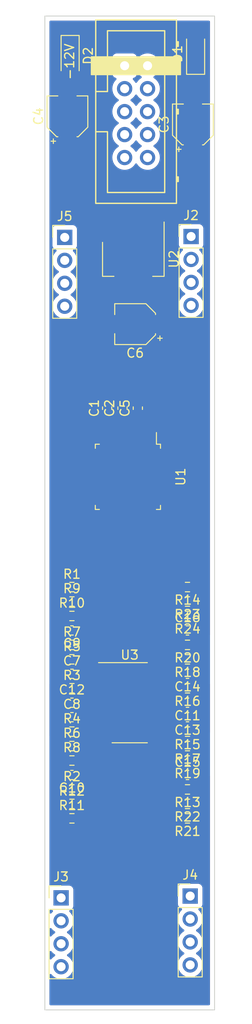
<source format=kicad_pcb>
(kicad_pcb (version 20211014) (generator pcbnew)
  (layers (0 "F.Cu" signal) (31 "B.Cu" signal) (34 "B.Paste" user) (35 "F.Paste" user) (36 "B.SilkS" user "B.Silkscreen") (37 "F.SilkS" user "F.Silkscreen") (38 "B.Mask" user) (39 "F.Mask" user) (44 "Edge.Cuts" user))
  (net 0 "")
  (net 1 "+3.3V")
  (net 2 "GND")
  (net 3 "+12V")
  (net 4 "-12V")
  (net 5 "Net-(C7-Pad2)")
  (net 6 "Net-(C8-Pad2)")
  (net 7 "Net-(C9-Pad1)")
  (net 8 "Net-(C9-Pad2)")
  (net 9 "Net-(C10-Pad1)")
  (net 10 "Net-(C10-Pad2)")
  (net 11 "Net-(C13-Pad2)")
  (net 12 "Net-(C14-Pad2)")
  (net 13 "Net-(C15-Pad1)")
  (net 14 "Net-(C15-Pad2)")
  (net 15 "Net-(C16-Pad1)")
  (net 16 "Net-(C16-Pad2)")
  (net 17 "/+12V_IN")
  (net 18 "/-12V_IN")
  (net 19 "/Env1_Gate")
  (net 20 "/Env2_Gate")
  (net 21 "/Env3_Gate")
  (net 22 "/Env4_Gate")
  (net 23 "/Env1_LED")
  (net 24 "/Env2_LED")
  (net 25 "/Env3_LED")
  (net 26 "/Env4_LED")
  (net 27 "/Env1_Out")
  (net 28 "/Env2_Out")
  (net 29 "/Env3_Out")
  (net 30 "/Env4_Out")
  (net 31 "/Env1_PWM")
  (net 32 "/Env2_PWM")
  (net 33 "Net-(R5-Pad2)")
  (net 34 "Net-(R6-Pad2)")
  (net 35 "/Env3_PWM")
  (net 36 "/Env4_PWM")
  (net 37 "Net-(R17-Pad2)")
  (net 38 "Net-(R18-Pad2)")
  (net 46 "/Attack_Pot")
  (net 47 "/Decay_Pot")
  (net 50 "/Sustain_Pot")
  (net 53 "/Release_Pot")
  (footprint "Capacitor_SMD:C_0603_1608Metric" (layer "F.Cu") (at 65.8 122.8 180)
    (fp_text reference "C14" (at 0 -1.43) (layer "F.SilkS"))
    (fp_text value "33nF")
    (pad "1" smd roundrect (at -0.775 0 180) (size 0.9 0.95) (layers "F.Cu" "F.Paste" "F.Mask") (net 2 "GND"))
    (pad "2" smd roundrect (at 0.775 0 180) (size 0.9 0.95) (layers "F.Cu" "F.Paste" "F.Mask") (net 12 "Net-(C14-Pad2)"))
  )
  (footprint "Resistor_SMD:R_0603_1608Metric" (layer "F.Cu") (at 53 130.8)
    (fp_text reference "R6" (at 0 -1.43) (layer "F.SilkS"))
    (fp_text value "10k")
    (pad "1" smd roundrect (at -0.825 0) (size 0.8 0.95) (layers "F.Cu" "F.Paste" "F.Mask") (net 2 "GND"))
    (pad "2" smd roundrect (at 0.825 0) (size 0.8 0.95) (layers "F.Cu" "F.Paste" "F.Mask") (net 34 "Net-(R6-Pad2)"))
  )
  (footprint "Capacitor_SMD:CP_Elec_4x5.8" (layer "F.Cu") (at 66.4 62 90)
    (fp_text reference "C3" (at 0 -3.2 90) (layer "F.SilkS"))
    (fp_text value "22uF")
    (pad "1" smd roundrect (at -1.8 0 90) (size 2.6 1.6) (layers "F.Cu" "F.Paste" "F.Mask") (roundrect_rratio 0.15625) (net 3 "+12V"))
    (pad "2" smd roundrect (at 1.8 0 90) (size 2.6 1.6) (layers "F.Cu" "F.Paste" "F.Mask") (roundrect_rratio 0.15625) (net 2 "GND"))
  )
  (footprint "Capacitor_SMD:CP_Elec_4x5.8" (layer "F.Cu") (at 52.5 61.1 90)
    (fp_text reference "C4" (at 0 -3.2 90) (layer "F.SilkS"))
    (fp_text value "22uF")
    (pad "1" smd roundrect (at -1.8 0 90) (size 2.6 1.6) (layers "F.Cu" "F.Paste" "F.Mask") (roundrect_rratio 0.15625) (net 2 "GND"))
    (pad "2" smd roundrect (at 1.8 0 90) (size 2.6 1.6) (layers "F.Cu" "F.Paste" "F.Mask") (roundrect_rratio 0.15625) (net 4 "-12V"))
  )
  (footprint "Resistor_SMD:R_0603_1608Metric" (layer "F.Cu") (at 53 135.6)
    (fp_text reference "R2" (at 0 -1.43) (layer "F.SilkS"))
    (fp_text value "20k")
    (pad "1" smd roundrect (at -0.825 0) (size 0.8 0.95) (layers "F.Cu" "F.Paste" "F.Mask") (net 32 "/Env2_PWM"))
    (pad "2" smd roundrect (at 0.825 0) (size 0.8 0.95) (layers "F.Cu" "F.Paste" "F.Mask") (net 10 "Net-(C10-Pad2)"))
  )
  (footprint "Capacitor_SMD:C_0603_1608Metric" (layer "F.Cu") (at 53 122.8)
    (fp_text reference "C7" (at 0 -1.43) (layer "F.SilkS"))
    (fp_text value "33nF")
    (pad "1" smd roundrect (at -0.775 0) (size 0.9 0.95) (layers "F.Cu" "F.Paste" "F.Mask") (net 2 "GND"))
    (pad "2" smd roundrect (at 0.775 0) (size 0.9 0.95) (layers "F.Cu" "F.Paste" "F.Mask") (net 5 "Net-(C7-Pad2)"))
  )
  (footprint "Resistor_SMD:R_0603_1608Metric" (layer "F.Cu") (at 65.8 116.4 180)
    (fp_text reference "R24" (at 0 -1.43) (layer "F.SilkS"))
    (fp_text value "1k")
    (pad "1" smd roundrect (at -0.825 0 180) (size 0.8 0.95) (layers "F.Cu" "F.Paste" "F.Mask") (net 30 "/Env4_Out"))
    (pad "2" smd roundrect (at 0.825 0 180) (size 0.8 0.95) (layers "F.Cu" "F.Paste" "F.Mask") (net 15 "Net-(C16-Pad1)"))
  )
  (footprint "Resistor_SMD:R_0603_1608Metric" (layer "F.Cu") (at 53 132.4)
    (fp_text reference "R8" (at 0 -1.43) (layer "F.SilkS"))
    (fp_text value "5k1")
    (pad "1" smd roundrect (at -0.825 0) (size 0.8 0.95) (layers "F.Cu" "F.Paste" "F.Mask") (net 34 "Net-(R6-Pad2)"))
    (pad "2" smd roundrect (at 0.825 0) (size 0.8 0.95) (layers "F.Cu" "F.Paste" "F.Mask") (net 9 "Net-(C10-Pad1)"))
  )
  (footprint "Connector_PinHeader_2.54mm:PinHeader_1x04_P2.54mm_Vertical" (layer "F.Cu") (at 52.2 74.5)
    (fp_text reference "J5" (at 0 -2.33) (layer "F.SilkS"))
    (fp_text value "Conn_01x04_Male")
    (pad "1" thru_hole rect (at 0 0) (size 1.7 1.7) (drill 1) (layers *.Cu *.Mask) (net 1 "+3.3V"))
    (pad "2" thru_hole oval (at 0 2.54) (size 1.7 1.7) (drill 1) (layers *.Cu *.Mask) (net 2 "GND"))
    (pad "3" thru_hole oval (at 0 5.08) (size 1.7 1.7) (drill 1) (layers *.Cu *.Mask) (net 2 "GND"))
    (pad "4" thru_hole oval (at 0 7.62) (size 1.7 1.7) (drill 1) (layers *.Cu *.Mask) (net 2 "GND"))
  )
  (footprint "Capacitor_SMD:C_0603_1608Metric" (layer "F.Cu") (at 65.8 134)
    (fp_text reference "C15" (at 0 -1.43) (layer "F.SilkS"))
    (fp_text value "22nF")
    (pad "1" smd roundrect (at -0.775 0) (size 0.9 0.95) (layers "F.Cu" "F.Paste" "F.Mask") (net 13 "Net-(C15-Pad1)"))
    (pad "2" smd roundrect (at 0.775 0) (size 0.9 0.95) (layers "F.Cu" "F.Paste" "F.Mask") (net 14 "Net-(C15-Pad2)"))
  )
  (footprint "Capacitor_SMD:C_0603_1608Metric" (layer "F.Cu") (at 65.8 118)
    (fp_text reference "C16" (at 0 -1.43) (layer "F.SilkS"))
    (fp_text value "22nF")
    (pad "1" smd roundrect (at -0.775 0) (size 0.9 0.95) (layers "F.Cu" "F.Paste" "F.Mask") (net 15 "Net-(C16-Pad1)"))
    (pad "2" smd roundrect (at 0.775 0) (size 0.9 0.95) (layers "F.Cu" "F.Paste" "F.Mask") (net 16 "Net-(C16-Pad2)"))
  )
  (footprint "Capacitor_SMD:CP_Elec_4x5.8" (layer "F.Cu") (at 60 84.1 180)
    (fp_text reference "C6" (at 0 -3.2) (layer "F.SilkS"))
    (fp_text value "22uF")
    (pad "1" smd roundrect (at -1.8 0 180) (size 2.6 1.6) (layers "F.Cu" "F.Paste" "F.Mask") (roundrect_rratio 0.15625) (net 1 "+3.3V"))
    (pad "2" smd roundrect (at 1.8 0 180) (size 2.6 1.6) (layers "F.Cu" "F.Paste" "F.Mask") (roundrect_rratio 0.15625) (net 2 "GND"))
  )
  (footprint "Resistor_SMD:R_0603_1608Metric" (layer "F.Cu") (at 53 114.8)
    (fp_text reference "R9" (at 0 -1.43) (layer "F.SilkS"))
    (fp_text value "1k")
    (pad "1" smd roundrect (at -0.825 0) (size 0.8 0.95) (layers "F.Cu" "F.Paste" "F.Mask") (net 23 "/Env1_LED"))
    (pad "2" smd roundrect (at 0.825 0) (size 0.8 0.95) (layers "F.Cu" "F.Paste" "F.Mask") (net 7 "Net-(C9-Pad1)"))
  )
  (footprint "Package_QFP:LQFP-48_7x7mm_P0.5mm" (layer "F.Cu") (at 59.2 101 -90)
    (fp_text reference "U1" (at 0 -5.85 -270) (layer "F.SilkS"))
    (fp_text value "STM32C031C6T")
    (pad "1" smd roundrect (at -4.1625 -2.75 270) (size 1.475 0.3) (layers "F.Cu" "F.Paste" "F.Mask"))
    (pad "2" smd roundrect (at -4.1625 -2.25 270) (size 1.475 0.3) (layers "F.Cu" "F.Paste" "F.Mask"))
    (pad "3" smd roundrect (at -4.1625 -1.75 270) (size 1.475 0.3) (layers "F.Cu" "F.Paste" "F.Mask"))
    (pad "4" smd roundrect (at -4.1625 -1.25 270) (size 1.475 0.3) (layers "F.Cu" "F.Paste" "F.Mask"))
    (pad "5" smd roundrect (at -4.1625 -0.75 270) (size 1.475 0.3) (layers "F.Cu" "F.Paste" "F.Mask") (net 1 "+3.3V"))
    (pad "6" smd roundrect (at -4.1625 -0.25 270) (size 1.475 0.3) (layers "F.Cu" "F.Paste" "F.Mask") (net 1 "+3.3V"))
    (pad "7" smd roundrect (at -4.1625 0.25 270) (size 1.475 0.3) (layers "F.Cu" "F.Paste" "F.Mask") (net 2 "GND"))
    (pad "8" smd roundrect (at -4.1625 0.75 270) (size 1.475 0.3) (layers "F.Cu" "F.Paste" "F.Mask"))
    (pad "9" smd roundrect (at -4.1625 1.25 270) (size 1.475 0.3) (layers "F.Cu" "F.Paste" "F.Mask"))
    (pad "10" smd roundrect (at -4.1625 1.75 270) (size 1.475 0.3) (layers "F.Cu" "F.Paste" "F.Mask"))
    (pad "11" smd roundrect (at -4.1625 2.25 270) (size 1.475 0.3) (layers "F.Cu" "F.Paste" "F.Mask") (net 46 "/Attack_Pot"))
    (pad "12" smd roundrect (at -4.1625 2.75 270) (size 1.475 0.3) (layers "F.Cu" "F.Paste" "F.Mask") (net 47 "/Decay_Pot"))
    (pad "13" smd roundrect (at -2.75 4.1625 270) (size 0.3 1.475) (layers "F.Cu" "F.Paste" "F.Mask"))
    (pad "14" smd roundrect (at -2.25 4.1625 270) (size 0.3 1.475) (layers "F.Cu" "F.Paste" "F.Mask"))
    (pad "15" smd roundrect (at -1.75 4.1625 270) (size 0.3 1.475) (layers "F.Cu" "F.Paste" "F.Mask") (net 50 "/Sustain_Pot"))
    (pad "16" smd roundrect (at -1.25 4.1625 270) (size 0.3 1.475) (layers "F.Cu" "F.Paste" "F.Mask"))
    (pad "17" smd roundrect (at -0.75 4.1625 270) (size 0.3 1.475) (layers "F.Cu" "F.Paste" "F.Mask") (net 31 "/Env1_PWM"))
    (pad "18" smd roundrect (at -0.25 4.1625 270) (size 0.3 1.475) (layers "F.Cu" "F.Paste" "F.Mask") (net 32 "/Env2_PWM"))
    (pad "19" smd roundrect (at 0.25 4.1625 270) (size 0.3 1.475) (layers "F.Cu" "F.Paste" "F.Mask"))
    (pad "20" smd roundrect (at 0.75 4.1625 270) (size 0.3 1.475) (layers "F.Cu" "F.Paste" "F.Mask") (net 53 "/Release_Pot"))
    (pad "21" smd roundrect (at 1.25 4.1625 270) (size 0.3 1.475) (layers "F.Cu" "F.Paste" "F.Mask"))
    (pad "22" smd roundrect (at 1.75 4.1625 270) (size 0.3 1.475) (layers "F.Cu" "F.Paste" "F.Mask") (net 19 "/Env1_Gate"))
    (pad "23" smd roundrect (at 2.25 4.1625 270) (size 0.3 1.475) (layers "F.Cu" "F.Paste" "F.Mask") (net 20 "/Env2_Gate"))
    (pad "24" smd roundrect (at 2.75 4.1625 270) (size 0.3 1.475) (layers "F.Cu" "F.Paste" "F.Mask") (net 21 "/Env3_Gate"))
    (pad "25" smd roundrect (at 4.1625 2.75 270) (size 1.475 0.3) (layers "F.Cu" "F.Paste" "F.Mask") (net 22 "/Env4_Gate"))
    (pad "26" smd roundrect (at 4.1625 2.25 270) (size 1.475 0.3) (layers "F.Cu" "F.Paste" "F.Mask"))
    (pad "27" smd roundrect (at 4.1625 1.75 270) (size 1.475 0.3) (layers "F.Cu" "F.Paste" "F.Mask"))
    (pad "28" smd roundrect (at 4.1625 1.25 270) (size 1.475 0.3) (layers "F.Cu" "F.Paste" "F.Mask") (net 35 "/Env3_PWM"))
    (pad "29" smd roundrect (at 4.1625 0.75 270) (size 1.475 0.3) (layers "F.Cu" "F.Paste" "F.Mask"))
    (pad "30" smd roundrect (at 4.1625 0.25 270) (size 1.475 0.3) (layers "F.Cu" "F.Paste" "F.Mask"))
    (pad "31" smd roundrect (at 4.1625 -0.25 270) (size 1.475 0.3) (layers "F.Cu" "F.Paste" "F.Mask"))
    (pad "32" smd roundrect (at 4.1625 -0.75 270) (size 1.475 0.3) (layers "F.Cu" "F.Paste" "F.Mask"))
    (pad "33" smd roundrect (at 4.1625 -1.25 270) (size 1.475 0.3) (layers "F.Cu" "F.Paste" "F.Mask"))
    (pad "34" smd roundrect (at 4.1625 -1.75 270) (size 1.475 0.3) (layers "F.Cu" "F.Paste" "F.Mask"))
    (pad "35" smd roundrect (at 4.1625 -2.25 270) (size 1.475 0.3) (layers "F.Cu" "F.Paste" "F.Mask"))
    (pad "36" smd roundrect (at 4.1625 -2.75 270) (size 1.475 0.3) (layers "F.Cu" "F.Paste" "F.Mask"))
    (pad "37" smd roundrect (at 2.75 -4.1625 270) (size 0.3 1.475) (layers "F.Cu" "F.Paste" "F.Mask"))
    (pad "38" smd roundrect (at 2.25 -4.1625 270) (size 0.3 1.475) (layers "F.Cu" "F.Paste" "F.Mask"))
    (pad "39" smd roundrect (at 1.75 -4.1625 270) (size 0.3 1.475) (layers "F.Cu" "F.Paste" "F.Mask"))
    (pad "40" smd roundrect (at 1.25 -4.1625 270) (size 0.3 1.475) (layers "F.Cu" "F.Paste" "F.Mask"))
    (pad "41" smd roundrect (at 0.75 -4.1625 270) (size 0.3 1.475) (layers "F.Cu" "F.Paste" "F.Mask"))
    (pad "42" smd roundrect (at 0.25 -4.1625 270) (size 0.3 1.475) (layers "F.Cu" "F.Paste" "F.Mask"))
    (pad "43" smd roundrect (at -0.25 -4.1625 270) (size 0.3 1.475) (layers "F.Cu" "F.Paste" "F.Mask"))
    (pad "44" smd roundrect (at -0.75 -4.1625 270) (size 0.3 1.475) (layers "F.Cu" "F.Paste" "F.Mask"))
    (pad "45" smd roundrect (at -1.25 -4.1625 270) (size 0.3 1.475) (layers "F.Cu" "F.Paste" "F.Mask"))
    (pad "46" smd roundrect (at -1.75 -4.1625 270) (size 0.3 1.475) (layers "F.Cu" "F.Paste" "F.Mask") (net 36 "/Env4_PWM"))
    (pad "47" smd roundrect (at -2.25 -4.1625 270) (size 0.3 1.475) (layers "F.Cu" "F.Paste" "F.Mask"))
    (pad "48" smd roundrect (at -2.75 -4.1625 270) (size 0.3 1.475) (layers "F.Cu" "F.Paste" "F.Mask"))
  )
  (footprint "Capacitor_SMD:C_0603_1608Metric" (layer "F.Cu") (at 56.9 93.4 90)
    (fp_text reference "C1" (at 0 -1.43 90) (layer "F.SilkS"))
    (fp_text value "100nF")
    (pad "1" smd roundrect (at -0.775 0 90) (size 0.9 0.95) (layers "F.Cu" "F.Paste" "F.Mask") (net 1 "+3.3V"))
    (pad "2" smd roundrect (at 0.775 0 90) (size 0.9 0.95) (layers "F.Cu" "F.Paste" "F.Mask") (net 2 "GND"))
  )
  (footprint "Capacitor_SMD:C_0603_1608Metric" (layer "F.Cu") (at 65.8 127.6 180)
    (fp_text reference "C13" (at 0 -1.43) (layer "F.SilkS"))
    (fp_text value "33nF")
    (pad "1" smd roundrect (at -0.775 0 180) (size 0.9 0.95) (layers "F.Cu" "F.Paste" "F.Mask") (net 2 "GND"))
    (pad "2" smd roundrect (at 0.775 0 180) (size 0.9 0.95) (layers "F.Cu" "F.Paste" "F.Mask") (net 11 "Net-(C13-Pad2)"))
  )
  (footprint "Resistor_SMD:R_0603_1608Metric" (layer "F.Cu") (at 65.8 132.4 180)
    (fp_text reference "R19" (at 0 -1.43) (layer "F.SilkS"))
    (fp_text value "5k1")
    (pad "1" smd roundrect (at -0.825 0 180) (size 0.8 0.95) (layers "F.Cu" "F.Paste" "F.Mask") (net 37 "Net-(R17-Pad2)"))
    (pad "2" smd roundrect (at 0.825 0 180) (size 0.8 0.95) (layers "F.Cu" "F.Paste" "F.Mask") (net 13 "Net-(C15-Pad1)"))
  )
  (footprint "Resistor_SMD:R_0603_1608Metric" (layer "F.Cu") (at 65.8 129.2 180)
    (fp_text reference "R15" (at 0 -1.43) (layer "F.SilkS"))
    (fp_text value "20k")
    (pad "1" smd roundrect (at -0.825 0 180) (size 0.8 0.95) (layers "F.Cu" "F.Paste" "F.Mask") (net 14 "Net-(C15-Pad2)"))
    (pad "2" smd roundrect (at 0.825 0 180) (size 0.8 0.95) (layers "F.Cu" "F.Paste" "F.Mask") (net 11 "Net-(C13-Pad2)"))
  )
  (footprint "Connector_PinHeader_2.54mm:PinHeader_1x04_P2.54mm_Vertical" (layer "F.Cu") (at 66.1 147.4)
    (fp_text reference "J4" (at 0 -2.33) (layer "F.SilkS"))
    (fp_text value "Conn_01x04_Male")
    (pad "1" thru_hole rect (at 0 0) (size 1.7 1.7) (drill 1) (layers *.Cu *.Mask) (net 27 "/Env1_Out"))
    (pad "2" thru_hole oval (at 0 2.54) (size 1.7 1.7) (drill 1) (layers *.Cu *.Mask) (net 28 "/Env2_Out"))
    (pad "3" thru_hole oval (at 0 5.08) (size 1.7 1.7) (drill 1) (layers *.Cu *.Mask) (net 29 "/Env3_Out"))
    (pad "4" thru_hole oval (at 0 7.62) (size 1.7 1.7) (drill 1) (layers *.Cu *.Mask) (net 30 "/Env4_Out"))
  )
  (footprint "Diode_SMD:D_SOD-123" (layer "F.Cu") (at 66.7 54.2 90)
    (fp_text reference "D1" (at 0 -2 90) (layer "F.SilkS"))
    (fp_text value "1N5819")
    (pad "1" smd rect (at -1.65 0 90) (size 0.9 1.2) (layers "F.Cu" "F.Paste" "F.Mask") (net 3 "+12V"))
    (pad "2" smd rect (at 1.65 0 90) (size 0.9 1.2) (layers "F.Cu" "F.Paste" "F.Mask") (net 17 "/+12V_IN"))
  )
  (footprint "Resistor_SMD:R_0603_1608Metric" (layer "F.Cu") (at 53 121.2)
    (fp_text reference "R5" (at 0 -1.43) (layer "F.SilkS"))
    (fp_text value "10k")
    (pad "1" smd roundrect (at -0.825 0) (size 0.8 0.95) (layers "F.Cu" "F.Paste" "F.Mask") (net 2 "GND"))
    (pad "2" smd roundrect (at 0.825 0) (size 0.8 0.95) (layers "F.Cu" "F.Paste" "F.Mask") (net 33 "Net-(R5-Pad2)"))
  )
  (footprint "Resistor_SMD:R_0603_1608Metric" (layer "F.Cu") (at 53 129.2)
    (fp_text reference "R4" (at 0 -1.43) (layer "F.SilkS"))
    (fp_text value "20k")
    (pad "1" smd roundrect (at -0.825 0) (size 0.8 0.95) (layers "F.Cu" "F.Paste" "F.Mask") (net 10 "Net-(C10-Pad2)"))
    (pad "2" smd roundrect (at 0.825 0) (size 0.8 0.95) (layers "F.Cu" "F.Paste" "F.Mask") (net 6 "Net-(C8-Pad2)"))
  )
  (footprint "Capacitor_SMD:C_0603_1608Metric" (layer "F.Cu") (at 53 134 180)
    (fp_text reference "C10" (at 0 -1.43) (layer "F.SilkS"))
    (fp_text value "22nF")
    (pad "1" smd roundrect (at -0.775 0 180) (size 0.9 0.95) (layers "F.Cu" "F.Paste" "F.Mask") (net 9 "Net-(C10-Pad1)"))
    (pad "2" smd roundrect (at 0.775 0 180) (size 0.9 0.95) (layers "F.Cu" "F.Paste" "F.Mask") (net 10 "Net-(C10-Pad2)"))
  )
  (footprint "Diode_SMD:D_SOD-123" (layer "F.Cu") (at 52.8 54.4 -90)
    (fp_text reference "D2" (at 0 -2 90) (layer "F.SilkS"))
    (fp_text value "1N5819")
    (pad "1" smd rect (at -1.65 0 270) (size 0.9 1.2) (layers "F.Cu" "F.Paste" "F.Mask") (net 18 "/-12V_IN"))
    (pad "2" smd rect (at 1.65 0 270) (size 0.9 1.2) (layers "F.Cu" "F.Paste" "F.Mask") (net 4 "-12V"))
  )
  (footprint "Resistor_SMD:R_0603_1608Metric" (layer "F.Cu") (at 53 124.4)
    (fp_text reference "R3" (at 0 -1.43) (layer "F.SilkS"))
    (fp_text value "20k")
    (pad "1" smd roundrect (at -0.825 0) (size 0.8 0.95) (layers "F.Cu" "F.Paste" "F.Mask") (net 8 "Net-(C9-Pad2)"))
    (pad "2" smd roundrect (at 0.825 0) (size 0.8 0.95) (layers "F.Cu" "F.Paste" "F.Mask") (net 5 "Net-(C7-Pad2)"))
  )
  (footprint "Package_TO_SOT_SMD:SOT-223-3_TabPin2" (layer "F.Cu") (at 59.8 76.9 -90)
    (fp_text reference "U2" (at 0 -4.5 90) (layer "F.SilkS"))
    (fp_text value "LD1117-3.3-4Tab")
    (pad "1" smd rect (at -3.15 -2.3 270) (size 2 1.5) (layers "F.Cu" "F.Paste" "F.Mask") (net 2 "GND"))
    (pad "2" smd rect (at 3.15 0 270) (size 2 3.8) (layers "F.Cu" "F.Paste" "F.Mask") (net 1 "+3.3V"))
    (pad "2" smd rect (at -3.15 0 270) (size 2 1.5) (layers "F.Cu" "F.Paste" "F.Mask") (net 1 "+3.3V"))
    (pad "3" smd rect (at -3.15 2.3 270) (size 2 1.5) (layers "F.Cu" "F.Paste" "F.Mask") (net 3 "+12V"))
  )
  (footprint "Package_SO:SOIC-14_3.9x8.7mm_P1.27mm" (layer "F.Cu") (at 59.4 126)
    (fp_text reference "U3" (at 0 -5.28) (layer "F.SilkS"))
    (fp_text value "TL074")
    (pad "1" smd roundrect (at -2.475 -3.81) (size 1.95 0.6) (layers "F.Cu" "F.Paste" "F.Mask") (net 7 "Net-(C9-Pad1)"))
    (pad "2" smd roundrect (at -2.475 -2.54) (size 1.95 0.6) (layers "F.Cu" "F.Paste" "F.Mask") (net 33 "Net-(R5-Pad2)"))
    (pad "3" smd roundrect (at -2.475 -1.27) (size 1.95 0.6) (layers "F.Cu" "F.Paste" "F.Mask") (net 5 "Net-(C7-Pad2)"))
    (pad "4" smd roundrect (at -2.475 0) (size 1.95 0.6) (layers "F.Cu" "F.Paste" "F.Mask") (net 3 "+12V"))
    (pad "5" smd roundrect (at -2.475 1.27) (size 1.95 0.6) (layers "F.Cu" "F.Paste" "F.Mask") (net 6 "Net-(C8-Pad2)"))
    (pad "6" smd roundrect (at -2.475 2.54) (size 1.95 0.6) (layers "F.Cu" "F.Paste" "F.Mask") (net 34 "Net-(R6-Pad2)"))
    (pad "7" smd roundrect (at -2.475 3.81) (size 1.95 0.6) (layers "F.Cu" "F.Paste" "F.Mask") (net 9 "Net-(C10-Pad1)"))
    (pad "8" smd roundrect (at 2.475 3.81) (size 1.95 0.6) (layers "F.Cu" "F.Paste" "F.Mask") (net 13 "Net-(C15-Pad1)"))
    (pad "9" smd roundrect (at 2.475 2.54) (size 1.95 0.6) (layers "F.Cu" "F.Paste" "F.Mask") (net 37 "Net-(R17-Pad2)"))
    (pad "10" smd roundrect (at 2.475 1.27) (size 1.95 0.6) (layers "F.Cu" "F.Paste" "F.Mask") (net 11 "Net-(C13-Pad2)"))
    (pad "11" smd roundrect (at 2.475 0) (size 1.95 0.6) (layers "F.Cu" "F.Paste" "F.Mask") (net 4 "-12V"))
    (pad "12" smd roundrect (at 2.475 -1.27) (size 1.95 0.6) (layers "F.Cu" "F.Paste" "F.Mask") (net 12 "Net-(C14-Pad2)"))
    (pad "13" smd roundrect (at 2.475 -2.54) (size 1.95 0.6) (layers "F.Cu" "F.Paste" "F.Mask") (net 38 "Net-(R18-Pad2)"))
    (pad "14" smd roundrect (at 2.475 -3.81) (size 1.95 0.6) (layers "F.Cu" "F.Paste" "F.Mask") (net 15 "Net-(C16-Pad1)"))
  )
  (footprint "Connector_PinHeader_2.54mm:PinHeader_1x04_P2.54mm_Vertical" (layer "F.Cu") (at 66.2 74.4)
    (fp_text reference "J2" (at 0 -2.33) (layer "F.SilkS"))
    (fp_text value "Conn_01x04_Male")
    (pad "1" thru_hole rect (at 0 0) (size 1.7 1.7) (drill 1) (layers *.Cu *.Mask) (net 19 "/Env1_Gate"))
    (pad "2" thru_hole oval (at 0 2.54) (size 1.7 1.7) (drill 1) (layers *.Cu *.Mask) (net 20 "/Env2_Gate"))
    (pad "3" thru_hole oval (at 0 5.08) (size 1.7 1.7) (drill 1) (layers *.Cu *.Mask) (net 21 "/Env3_Gate"))
    (pad "4" thru_hole oval (at 0 7.62) (size 1.7 1.7) (drill 1) (layers *.Cu *.Mask) (net 22 "/Env4_Gate"))
  )
  (footprint "Capacitor_SMD:C_0603_1608Metric" (layer "F.Cu") (at 58.6 93.4 90)
    (fp_text reference "C2" (at 0 -1.43 90) (layer "F.SilkS"))
    (fp_text value "4.7uF")
    (pad "1" smd roundrect (at -0.775 0 90) (size 0.9 0.95) (layers "F.Cu" "F.Paste" "F.Mask") (net 1 "+3.3V"))
    (pad "2" smd roundrect (at 0.775 0 90) (size 0.9 0.95) (layers "F.Cu" "F.Paste" "F.Mask") (net 2 "GND"))
  )
  (footprint "Custom_Footprints:Eurorack_10_pin_header" (layer "F.Cu") (at 58.8375 55.5 -90)
    (fp_text reference "J1" hide)
    (fp_text value "Eurorack_10_pin_power")
    (fp_text user "-12V" (at -0.45 6.1 90) (layer "F.SilkS"))
    (pad "1" thru_hole rect (at 0 0 270) (size 1.7 1.7) (drill 1) (layers *.Cu *.Mask) (net 18 "/-12V_IN"))
    (pad "2" thru_hole circle (at 0 -2.54 270) (size 1.7 1.7) (drill 1) (layers *.Cu *.Mask) (net 18 "/-12V_IN"))
    (pad "3" thru_hole circle (at 2.54 0 270) (size 1.7 1.7) (drill 1) (layers *.Cu *.Mask) (net 2 "GND"))
    (pad "4" thru_hole circle (at 2.54 -2.54 270) (size 1.7 1.7) (drill 1) (layers *.Cu *.Mask) (net 2 "GND"))
    (pad "5" thru_hole circle (at 5.08 0 270) (size 1.7 1.7) (drill 1) (layers *.Cu *.Mask) (net 2 "GND"))
    (pad "6" thru_hole circle (at 5.08 -2.54 270) (size 1.7 1.7) (drill 1) (layers *.Cu *.Mask) (net 2 "GND"))
    (pad "7" thru_hole circle (at 7.62 0 270) (size 1.7 1.7) (drill 1) (layers *.Cu *.Mask) (net 2 "GND"))
    (pad "8" thru_hole circle (at 7.62 -2.54 270) (size 1.7 1.7) (drill 1) (layers *.Cu *.Mask) (net 2 "GND"))
    (pad "9" thru_hole circle (at 10.16 0 270) (size 1.7 1.7) (drill 1) (layers *.Cu *.Mask) (net 17 "/+12V_IN"))
    (pad "10" thru_hole circle (at 10.16 -2.54 270) (size 1.7 1.7) (drill 1) (layers *.Cu *.Mask) (net 17 "/+12V_IN"))
  )
  (footprint "Resistor_SMD:R_0603_1608Metric" (layer "F.Cu") (at 65.8 124.4 180)
    (fp_text reference "R16" (at 0 -1.43) (layer "F.SilkS"))
    (fp_text value "20k")
    (pad "1" smd roundrect (at -0.825 0 180) (size 0.8 0.95) (layers "F.Cu" "F.Paste" "F.Mask") (net 16 "Net-(C16-Pad2)"))
    (pad "2" smd roundrect (at 0.825 0 180) (size 0.8 0.95) (layers "F.Cu" "F.Paste" "F.Mask") (net 12 "Net-(C14-Pad2)"))
  )
  (footprint "Connector_PinHeader_2.54mm:PinHeader_1x04_P2.54mm_Vertical" (layer "F.Cu") (at 51.8 147.6)
    (fp_text reference "J3" (at 0 -2.33) (layer "F.SilkS"))
    (fp_text value "Conn_01x04_Male")
    (pad "1" thru_hole rect (at 0 0) (size 1.7 1.7) (drill 1) (layers *.Cu *.Mask) (net 23 "/Env1_LED"))
    (pad "2" thru_hole oval (at 0 2.54) (size 1.7 1.7) (drill 1) (layers *.Cu *.Mask) (net 24 "/Env2_LED"))
    (pad "3" thru_hole oval (at 0 5.08) (size 1.7 1.7) (drill 1) (layers *.Cu *.Mask) (net 25 "/Env3_LED"))
    (pad "4" thru_hole oval (at 0 7.62) (size 1.7 1.7) (drill 1) (layers *.Cu *.Mask) (net 26 "/Env4_LED"))
  )
  (footprint "Capacitor_SMD:C_0603_1608Metric" (layer "F.Cu") (at 53 126)
    (fp_text reference "C12" (at 0 -1.43) (layer "F.SilkS"))
    (fp_text value "1uF")
    (pad "1" smd roundrect (at -0.775 0) (size 0.9 0.95) (layers "F.Cu" "F.Paste" "F.Mask") (net 2 "GND"))
    (pad "2" smd roundrect (at 0.775 0) (size 0.9 0.95) (layers "F.Cu" "F.Paste" "F.Mask") (net 3 "+12V"))
  )
  (footprint "Capacitor_SMD:C_0603_1608Metric" (layer "F.Cu") (at 53 118 180)
    (fp_text reference "C9" (at 0 -1.43) (layer "F.SilkS"))
    (fp_text value "22nF")
    (pad "1" smd roundrect (at -0.775 0 180) (size 0.9 0.95) (layers "F.Cu" "F.Paste" "F.Mask") (net 7 "Net-(C9-Pad1)"))
    (pad "2" smd roundrect (at 0.775 0 180) (size 0.9 0.95) (layers "F.Cu" "F.Paste" "F.Mask") (net 8 "Net-(C9-Pad2)"))
  )
  (footprint "Capacitor_SMD:C_0603_1608Metric" (layer "F.Cu") (at 53 127.6)
    (fp_text reference "C8" (at 0 -1.43) (layer "F.SilkS"))
    (fp_text value "33nF")
    (pad "1" smd roundrect (at -0.775 0) (size 0.9 0.95) (layers "F.Cu" "F.Paste" "F.Mask") (net 2 "GND"))
    (pad "2" smd roundrect (at 0.775 0) (size 0.9 0.95) (layers "F.Cu" "F.Paste" "F.Mask") (net 6 "Net-(C8-Pad2)"))
  )
  (footprint "Resistor_SMD:R_0603_1608Metric" (layer "F.Cu") (at 65.8 121.2 180)
    (fp_text reference "R18" (at 0 -1.43) (layer "F.SilkS"))
    (fp_text value "10k")
    (pad "1" smd roundrect (at -0.825 0 180) (size 0.8 0.95) (layers "F.Cu" "F.Paste" "F.Mask") (net 2 "GND"))
    (pad "2" smd roundrect (at 0.825 0 180) (size 0.8 0.95) (layers "F.Cu" "F.Paste" "F.Mask") (net 38 "Net-(R18-Pad2)"))
  )
  (footprint "Resistor_SMD:R_0603_1608Metric" (layer "F.Cu") (at 53 138.8)
    (fp_text reference "R11" (at 0 -1.43) (layer "F.SilkS"))
    (fp_text value "1k")
    (pad "1" smd roundrect (at -0.825 0) (size 0.8 0.95) (layers "F.Cu" "F.Paste" "F.Mask") (net 24 "/Env2_LED"))
    (pad "2" smd roundrect (at 0.825 0) (size 0.8 0.95) (layers "F.Cu" "F.Paste" "F.Mask") (net 9 "Net-(C10-Pad1)"))
  )
  (footprint "Resistor_SMD:R_0603_1608Metric" (layer "F.Cu") (at 53 119.6)
    (fp_text reference "R7" (at 0 -1.43) (layer "F.SilkS"))
    (fp_text value "5k1")
    (pad "1" smd roundrect (at -0.825 0) (size 0.8 0.95) (layers "F.Cu" "F.Paste" "F.Mask") (net 33 "Net-(R5-Pad2)"))
    (pad "2" smd roundrect (at 0.825 0) (size 0.8 0.95) (layers "F.Cu" "F.Paste" "F.Mask") (net 7 "Net-(C9-Pad1)"))
  )
  (footprint "Resistor_SMD:R_0603_1608Metric" (layer "F.Cu") (at 65.8 138.8 180)
    (fp_text reference "R21" (at 0 -1.43) (layer "F.SilkS"))
    (fp_text value "1k")
    (pad "1" smd roundrect (at -0.825 0 180) (size 0.8 0.95) (layers "F.Cu" "F.Paste" "F.Mask") (net 25 "/Env3_LED"))
    (pad "2" smd roundrect (at 0.825 0 180) (size 0.8 0.95) (layers "F.Cu" "F.Paste" "F.Mask") (net 13 "Net-(C15-Pad1)"))
  )
  (footprint "Resistor_SMD:R_0603_1608Metric" (layer "F.Cu") (at 53 137.2)
    (fp_text reference "R12" (at 0 -1.43) (layer "F.SilkS"))
    (fp_text value "1k")
    (pad "1" smd roundrect (at -0.825 0) (size 0.8 0.95) (layers "F.Cu" "F.Paste" "F.Mask") (net 28 "/Env2_Out"))
    (pad "2" smd roundrect (at 0.825 0) (size 0.8 0.95) (layers "F.Cu" "F.Paste" "F.Mask") (net 9 "Net-(C10-Pad1)"))
  )
  (footprint "Resistor_SMD:R_0603_1608Metric" (layer "F.Cu") (at 65.8 135.6 180)
    (fp_text reference "R13" (at 0 -1.43) (layer "F.SilkS"))
    (fp_text value "20k")
    (pad "1" smd roundrect (at -0.825 0 180) (size 0.8 0.95) (layers "F.Cu" "F.Paste" "F.Mask") (net 35 "/Env3_PWM"))
    (pad "2" smd roundrect (at 0.825 0 180) (size 0.8 0.95) (layers "F.Cu" "F.Paste" "F.Mask") (net 14 "Net-(C15-Pad2)"))
  )
  (footprint "Resistor_SMD:R_0603_1608Metric" (layer "F.Cu") (at 53 116.4)
    (fp_text reference "R10" (at 0 -1.43) (layer "F.SilkS"))
    (fp_text value "1k")
    (pad "1" smd roundrect (at -0.825 0) (size 0.8 0.95) (layers "F.Cu" "F.Paste" "F.Mask") (net 27 "/Env1_Out"))
    (pad "2" smd roundrect (at 0.825 0) (size 0.8 0.95) (layers "F.Cu" "F.Paste" "F.Mask") (net 7 "Net-(C9-Pad1)"))
  )
  (footprint "Resistor_SMD:R_0603_1608Metric" (layer "F.Cu") (at 65.8 137.2 180)
    (fp_text reference "R22" (at 0 -1.43) (layer "F.SilkS"))
    (fp_text value "1k")
    (pad "1" smd roundrect (at -0.825 0 180) (size 0.8 0.95) (layers "F.Cu" "F.Paste" "F.Mask") (net 29 "/Env3_Out"))
    (pad "2" smd roundrect (at 0.825 0 180) (size 0.8 0.95) (layers "F.Cu" "F.Paste" "F.Mask") (net 13 "Net-(C15-Pad1)"))
  )
  (footprint "Resistor_SMD:R_0603_1608Metric" (layer "F.Cu") (at 65.8 114.8 180)
    (fp_text reference "R23" (at 0 -1.43) (layer "F.SilkS"))
    (fp_text value "1k")
    (pad "1" smd roundrect (at -0.825 0 180) (size 0.8 0.95) (layers "F.Cu" "F.Paste" "F.Mask") (net 26 "/Env4_LED"))
    (pad "2" smd roundrect (at 0.825 0 180) (size 0.8 0.95) (layers "F.Cu" "F.Paste" "F.Mask") (net 15 "Net-(C16-Pad1)"))
  )
  (footprint "Resistor_SMD:R_0603_1608Metric" (layer "F.Cu") (at 53 113.2)
    (fp_text reference "R1" (at 0 -1.43) (layer "F.SilkS"))
    (fp_text value "20k")
    (pad "1" smd roundrect (at -0.825 0) (size 0.8 0.95) (layers "F.Cu" "F.Paste" "F.Mask") (net 31 "/Env1_PWM"))
    (pad "2" smd roundrect (at 0.825 0) (size 0.8 0.95) (layers "F.Cu" "F.Paste" "F.Mask") (net 8 "Net-(C9-Pad2)"))
  )
  (footprint "Capacitor_SMD:C_0603_1608Metric" (layer "F.Cu") (at 65.8 126 180)
    (fp_text reference "C11" (at 0 -1.43) (layer "F.SilkS"))
    (fp_text value "1uF")
    (pad "1" smd roundrect (at -0.775 0 180) (size 0.9 0.95) (layers "F.Cu" "F.Paste" "F.Mask") (net 2 "GND"))
    (pad "2" smd roundrect (at 0.775 0 180) (size 0.9 0.95) (layers "F.Cu" "F.Paste" "F.Mask") (net 4 "-12V"))
  )
  (footprint "Resistor_SMD:R_0603_1608Metric" (layer "F.Cu") (at 65.8 130.8 180)
    (fp_text reference "R17" (at 0 -1.43) (layer "F.SilkS"))
    (fp_text value "10k")
    (pad "1" smd roundrect (at -0.825 0 180) (size 0.8 0.95) (layers "F.Cu" "F.Paste" "F.Mask") (net 2 "GND"))
    (pad "2" smd roundrect (at 0.825 0 180) (size 0.8 0.95) (layers "F.Cu" "F.Paste" "F.Mask") (net 37 "Net-(R17-Pad2)"))
  )
  (footprint "Capacitor_SMD:C_0603_1608Metric" (layer "F.Cu") (at 60.3 93.4 90)
    (fp_text reference "C5" (at 0 -1.43 90) (layer "F.SilkS"))
    (fp_text value "100nF")
    (pad "1" smd roundrect (at -0.775 0 90) (size 0.9 0.95) (layers "F.Cu" "F.Paste" "F.Mask") (net 1 "+3.3V"))
    (pad "2" smd roundrect (at 0.775 0 90) (size 0.9 0.95) (layers "F.Cu" "F.Paste" "F.Mask") (net 2 "GND"))
  )
  (footprint "Resistor_SMD:R_0603_1608Metric" (layer "F.Cu") (at 65.8 113.2 180)
    (fp_text reference "R14" (at 0 -1.43) (layer "F.SilkS"))
    (fp_text value "20k")
    (pad "1" smd roundrect (at -0.825 0 180) (size 0.8 0.95) (layers "F.Cu" "F.Paste" "F.Mask") (net 36 "/Env4_PWM"))
    (pad "2" smd roundrect (at 0.825 0 180) (size 0.8 0.95) (layers "F.Cu" "F.Paste" "F.Mask") (net 16 "Net-(C16-Pad2)"))
  )
  (footprint "Resistor_SMD:R_0603_1608Metric" (layer "F.Cu") (at 65.8 119.6 180)
    (fp_text reference "R20" (at 0 -1.43) (layer "F.SilkS"))
    (fp_text value "5k1")
    (pad "1" smd roundrect (at -0.825 0 180) (size 0.8 0.95) (layers "F.Cu" "F.Paste" "F.Mask") (net 38 "Net-(R18-Pad2)"))
    (pad "2" smd roundrect (at 0.825 0 180) (size 0.8 0.95) (layers "F.Cu" "F.Paste" "F.Mask") (net 15 "Net-(C16-Pad1)"))
  )
  (gr_rect locked (start 50 50) (end 68.8 160) (layer "Edge.Cuts") (width 0.1) (fill none))
  (segment (start 56.925 126) (end 53.775 126) (width 0.25) (layer "F.Cu") (net 3))
  (segment (start 61.875 126) (end 65.025 126) (width 0.25) (layer "F.Cu") (net 4))
  (segment (start 54.155 124.73) (end 53.825 124.4) (width 0.25) (layer "F.Cu") (net 5))
  (segment (start 56.925 124.73) (end 54.155 124.73) (width 0.25) (layer "F.Cu") (net 5))
  (segment (start 53.775 124.35) (end 53.825 124.4) (width 0.25) (layer "F.Cu") (net 5))
  (segment (start 53.775 122.8) (end 53.775 124.35) (width 0.25) (layer "F.Cu") (net 5))
  (segment (start 54.155 127.27) (end 53.825 127.6) (width 0.25) (layer "F.Cu") (net 6))
  (segment (start 53.825 127.6) (end 53.825 129.15) (width 0.25) (layer "F.Cu") (net 6))
  (segment (start 56.925 127.27) (end 54.155 127.27) (width 0.25) (layer "F.Cu") (net 6))
  (segment (start 53.825 129.15) (end 53.775 129.2) (width 0.25) (layer "F.Cu") (net 6))
  (segment (start 53.825 114.8) (end 53.825 116.4) (width 0.25) (layer "F.Cu") (net 7))
  (segment (start 56.925 122.19) (end 54.335 119.6) (width 0.25) (layer "F.Cu") (net 7))
  (segment (start 53.775 118) (end 53.775 119.55) (width 0.25) (layer "F.Cu") (net 7))
  (segment (start 54.335 119.6) (end 53.825 119.6) (width 0.25) (layer "F.Cu") (net 7))
  (segment (start 53.825 116.4) (end 53.825 117.95) (width 0.25) (layer "F.Cu") (net 7))
  (segment (start 53.825 117.95) (end 53.775 118) (width 0.25) (layer "F.Cu") (net 7))
  (segment (start 50.8 119.2) (end 50.8 123.025) (width 0.25) (layer "F.Cu") (net 8))
  (segment (start 53 117.225) (end 52.225 118) (width 0.25) (layer "F.Cu") (net 8))
  (segment (start 50.8 123.025) (end 52.175 124.4) (width 0.25) (layer "F.Cu") (net 8))
  (segment (start 53.825 113.2) (end 53 114.025) (width 0.25) (layer "F.Cu") (net 8))
  (segment (start 53 114.025) (end 53 117.225) (width 0.25) (layer "F.Cu") (net 8))
  (segment (start 52 118) (end 50.8 119.2) (width 0.25) (layer "F.Cu") (net 8))
  (segment (start 52.225 118) (end 52 118) (width 0.25) (layer "F.Cu") (net 8))
  (segment (start 53.775 134) (end 53.775 132.45) (width 0.25) (layer "F.Cu") (net 9))
  (segment (start 54.8 134.8) (end 54 134) (width 0.25) (layer "F.Cu") (net 9))
  (segment (start 54.8 136.2) (end 54.8 134.8) (width 0.25) (layer "F.Cu") (net 9))
  (segment (start 54 134) (end 53.775 134) (width 0.25) (layer "F.Cu") (net 9))
  (segment (start 53.775 132.45) (end 53.825 132.4) (width 0.25) (layer "F.Cu") (net 9))
  (segment (start 53.825 137.2) (end 53.825 137.175) (width 0.25) (layer "F.Cu") (net 9))
  (segment (start 56.925 130.475) (end 55 132.4) (width 0.25) (layer "F.Cu") (net 9))
  (segment (start 56.925 129.81) (end 56.925 130.475) (width 0.25) (layer "F.Cu") (net 9))
  (segment (start 53.825 137.175) (end 54.8 136.2) (width 0.25) (layer "F.Cu") (net 9))
  (segment (start 53.825 138.8) (end 53.825 137.2) (width 0.25) (layer "F.Cu") (net 9))
  (segment (start 55 132.4) (end 53.825 132.4) (width 0.25) (layer "F.Cu") (net 9))
  (segment (start 52.225 134) (end 53.825 135.6) (width 0.25) (layer "F.Cu") (net 10))
  (segment (start 52.175 129.2) (end 51 130.375) (width 0.25) (layer "F.Cu") (net 10))
  (segment (start 51 130.375) (end 51 132.775) (width 0.25) (layer "F.Cu") (net 10))
  (segment (start 51 132.775) (end 52.225 134) (width 0.25) (layer "F.Cu") (net 10))
  (segment (start 64.975 129.2) (end 64.975 127.65) (width 0.25) (layer "F.Cu") (net 11))
  (segment (start 64.975 127.65) (end 65.025 127.6) (width 0.25) (layer "F.Cu") (net 11))
  (segment (start 63.87 127.27) (end 64.2 127.6) (width 0.25) (layer "F.Cu") (net 11))
  (segment (start 61.875 127.27) (end 63.87 127.27) (width 0.25) (layer "F.Cu") (net 11))
  (segment (start 64.2 127.6) (end 65.025 127.6) (width 0.25) (layer "F.Cu") (net 11))
  (segment (start 65.025 122.8) (end 65.025 124.35) (width 0.25) (layer "F.Cu") (net 12))
  (segment (start 64.645 124.73) (end 64.975 124.4) (width 0.25) (layer "F.Cu") (net 12))
  (segment (start 65.025 124.35) (end 64.975 124.4) (width 0.25) (layer "F.Cu") (net 12))
  (segment (start 61.875 124.73) (end 64.645 124.73) (width 0.25) (layer "F.Cu") (net 12))
  (segment (start 63.8 132.4) (end 61.875 130.475) (width 0.25) (layer "F.Cu") (net 13))
  (segment (start 64.975 132.4) (end 64.975 133.95) (width 0.25) (layer "F.Cu") (net 13))
  (segment (start 61.875 130.475) (end 61.875 129.81) (width 0.25) (layer "F.Cu") (net 13))
  (segment (start 64.975 137.2) (end 64.8 137.2) (width 0.25) (layer "F.Cu") (net 13))
  (segment (start 65.025 138.75) (end 64.975 138.8) (width 0.25) (layer "F.Cu") (net 13))
  (segment (start 64.975 133.95) (end 65.025 134) (width 0.25) (layer "F.Cu") (net 13))
  (segment (start 65.025 137.2) (end 65.025 138.75) (width 0.25) (layer "F.Cu") (net 13))
  (segment (start 64 135.025) (end 65.025 134) (width 0.25) (layer "F.Cu") (net 13))
  (segment (start 64 136.4) (end 64 135.025) (width 0.25) (layer "F.Cu") (net 13))
  (segment (start 64.8 137.2) (end 64 136.4) (width 0.25) (layer "F.Cu") (net 13))
  (segment (start 64.975 132.4) (end 63.8 132.4) (width 0.25) (layer "F.Cu") (net 13))
  (segment (start 67 129.2) (end 68 130.2) (width 0.25) (layer "F.Cu") (net 14))
  (segment (start 67.2 134) (end 66.575 134) (width 0.25) (layer "F.Cu") (net 14))
  (segment (start 64.975 135.6) (end 66.575 134) (width 0.25) (layer "F.Cu") (net 14))
  (segment (start 68 133.2) (end 67.2 134) (width 0.25) (layer "F.Cu") (net 14))
  (segment (start 68 130.2) (end 68 133.2) (width 0.25) (layer "F.Cu") (net 14))
  (segment (start 66.625 129.2) (end 67 129.2) (width 0.25) (layer "F.Cu") (net 14))
  (segment (start 65.025 114.8) (end 65.025 116.35) (width 0.25) (layer "F.Cu") (net 15))
  (segment (start 64.975 119.6) (end 64.975 118.05) (width 0.25) (layer "F.Cu") (net 15))
  (segment (start 63.01 122.19) (end 63.8 121.4) (width 0.25) (layer "F.Cu") (net 15))
  (segment (start 65.025 116.35) (end 64.975 116.4) (width 0.25) (layer "F.Cu") (net 15))
  (segment (start 64.975 118.05) (end 65.025 118) (width 0.25) (layer "F.Cu") (net 15))
  (segment (start 63.8 121.4) (end 63.8 120.3) (width 0.25) (layer "F.Cu") (net 15))
  (segment (start 64.5 119.6) (end 64.975 119.6) (width 0.25) (layer "F.Cu") (net 15))
  (segment (start 61.875 122.19) (end 63.01 122.19) (width 0.25) (layer "F.Cu") (net 15))
  (segment (start 64.975 118) (end 65.025 118) (width 0.25) (layer "F.Cu") (net 15))
  (segment (start 64.975 116.4) (end 64.975 118) (width 0.25) (layer "F.Cu") (net 15))
  (segment (start 64.8 118) (end 64.975 118) (width 0.25) (layer "F.Cu") (net 15))
  (segment (start 63.8 120.3) (end 64.5 119.6) (width 0.25) (layer "F.Cu") (net 15))
  (segment (start 68 119.4) (end 68 123.025) (width 0.25) (layer "F.Cu") (net 16))
  (segment (start 66.575 118) (end 65.8 117.225) (width 0.25) (layer "F.Cu") (net 16))
  (segment (start 65.8 117.225) (end 65.8 114.025) (width 0.25) (layer "F.Cu") (net 16))
  (segment (start 65.8 114.025) (end 64.975 113.2) (width 0.25) (layer "F.Cu") (net 16))
  (segment (start 68 123.025) (end 66.625 124.4) (width 0.25) (layer "F.Cu") (net 16))
  (segment (start 66.575 118) (end 66.6 118) (width 0.25) (layer "F.Cu") (net 16))
  (segment (start 66.6 118) (end 68 119.4) (width 0.25) (layer "F.Cu") (net 16))
  (segment (start 52.175 119.6) (end 52.225 119.6) (width 0.25) (layer "F.Cu") (net 33))
  (segment (start 56.925 123.46) (end 56.085 123.46) (width 0.25) (layer "F.Cu") (net 33))
  (segment (start 52.225 119.6) (end 53.825 121.2) (width 0.25) (layer "F.Cu") (net 33))
  (segment (start 56.085 123.46) (end 53.825 121.2) (width 0.25) (layer "F.Cu") (net 33))
  (segment (start 53.775 130.8) (end 52.175 132.4) (width 0.25) (layer "F.Cu") (net 34))
  (segment (start 53.825 130.8) (end 53.775 130.8) (width 0.25) (layer "F.Cu") (net 34))
  (segment (start 56.085 128.54) (end 53.825 130.8) (width 0.25) (layer "F.Cu") (net 34))
  (segment (start 56.925 128.54) (end 56.085 128.54) (width 0.25) (layer "F.Cu") (net 34))
  (segment (start 62.715 128.54) (end 64.975 130.8) (width 0.25) (layer "F.Cu") (net 37))
  (segment (start 65.025 130.8) (end 66.625 132.4) (width 0.25) (layer "F.Cu") (net 37))
  (segment (start 64.975 130.8) (end 65.025 130.8) (width 0.25) (layer "F.Cu") (net 37))
  (segment (start 61.875 128.54) (end 62.715 128.54) (width 0.25) (layer "F.Cu") (net 37))
  (segment (start 62.715 123.46) (end 64.975 121.2) (width 0.25) (layer "F.Cu") (net 38))
  (segment (start 61.875 123.46) (end 62.715 123.46) (width 0.25) (layer "F.Cu") (net 38))
  (segment (start 65.025 121.2) (end 66.625 119.6) (width 0.25) (layer "F.Cu") (net 38))
  (segment (start 64.975 121.2) (end 65.025 121.2) (width 0.25) (layer "F.Cu") (net 38))
  (zone locked (net 0) (net_name "") (layers F&B.Cu) (priority 1) (connect_pads (clearance 0.508)) (min_thickness 0.254) (fill yes (thermal_gap 0.508) (thermal_bridge_width 0.508))
    (polygon (pts (xy 69.6 160.8) (xy 49 160.8) (xy 49 48.8) (xy 69.6 48.8)))
  )
)
</source>
